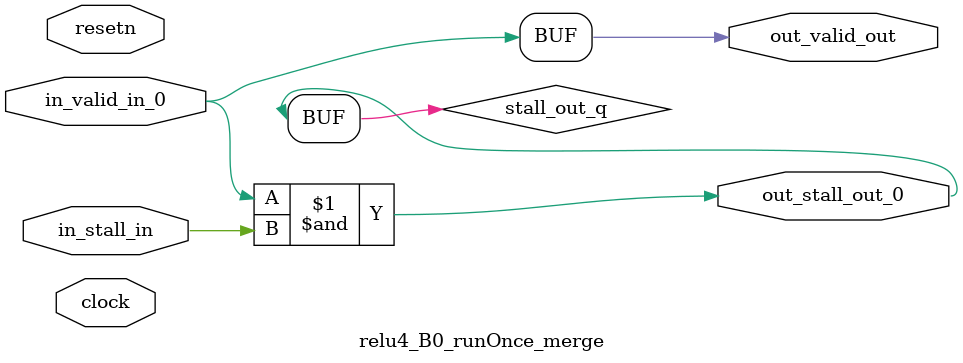
<source format=sv>



(* altera_attribute = "-name AUTO_SHIFT_REGISTER_RECOGNITION OFF; -name MESSAGE_DISABLE 10036; -name MESSAGE_DISABLE 10037; -name MESSAGE_DISABLE 14130; -name MESSAGE_DISABLE 14320; -name MESSAGE_DISABLE 15400; -name MESSAGE_DISABLE 14130; -name MESSAGE_DISABLE 10036; -name MESSAGE_DISABLE 12020; -name MESSAGE_DISABLE 12030; -name MESSAGE_DISABLE 12010; -name MESSAGE_DISABLE 12110; -name MESSAGE_DISABLE 14320; -name MESSAGE_DISABLE 13410; -name MESSAGE_DISABLE 113007; -name MESSAGE_DISABLE 10958" *)
module relu4_B0_runOnce_merge (
    input wire [0:0] in_stall_in,
    input wire [0:0] in_valid_in_0,
    output wire [0:0] out_stall_out_0,
    output wire [0:0] out_valid_out,
    input wire clock,
    input wire resetn
    );

    wire [0:0] stall_out_q;


    // stall_out(LOGICAL,6)
    assign stall_out_q = in_valid_in_0 & in_stall_in;

    // out_stall_out_0(GPOUT,4)
    assign out_stall_out_0 = stall_out_q;

    // out_valid_out(GPOUT,5)
    assign out_valid_out = in_valid_in_0;

endmodule

</source>
